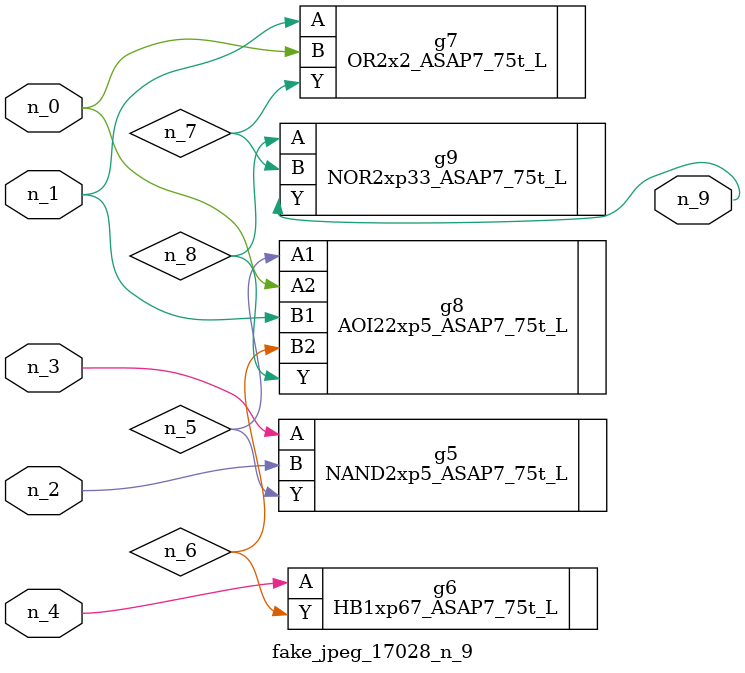
<source format=v>
module fake_jpeg_17028_n_9 (n_3, n_2, n_1, n_0, n_4, n_9);

input n_3;
input n_2;
input n_1;
input n_0;
input n_4;

output n_9;

wire n_8;
wire n_6;
wire n_5;
wire n_7;

NAND2xp5_ASAP7_75t_L g5 ( 
.A(n_3),
.B(n_2),
.Y(n_5)
);

HB1xp67_ASAP7_75t_L g6 ( 
.A(n_4),
.Y(n_6)
);

OR2x2_ASAP7_75t_L g7 ( 
.A(n_1),
.B(n_0),
.Y(n_7)
);

AOI22xp5_ASAP7_75t_L g8 ( 
.A1(n_5),
.A2(n_0),
.B1(n_1),
.B2(n_6),
.Y(n_8)
);

NOR2xp33_ASAP7_75t_L g9 ( 
.A(n_8),
.B(n_7),
.Y(n_9)
);


endmodule
</source>
